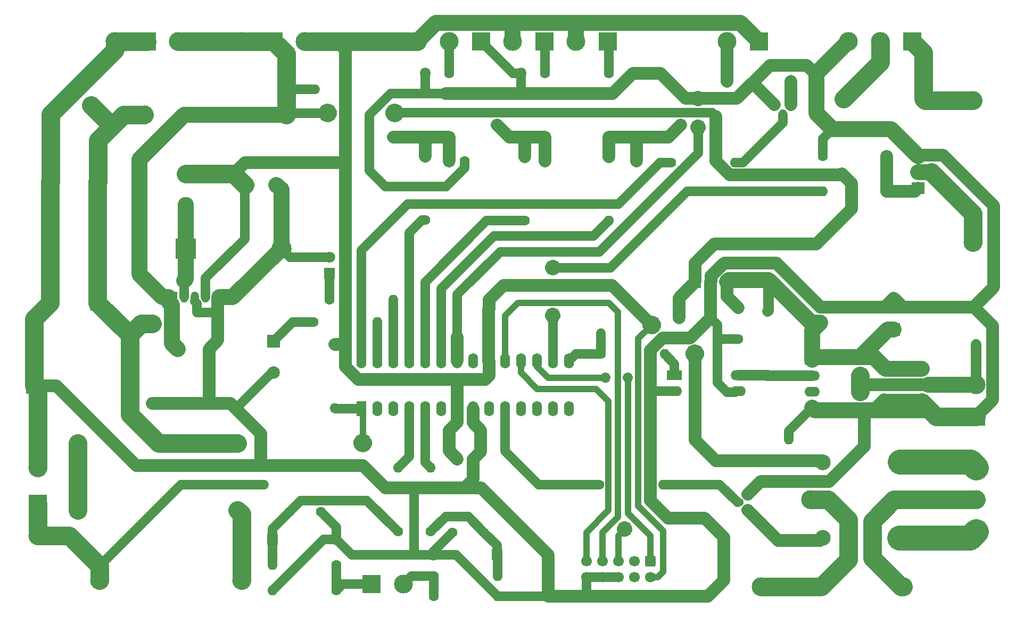
<source format=gbr>
%TF.GenerationSoftware,KiCad,Pcbnew,8.0.4*%
%TF.CreationDate,2024-08-07T08:51:47+02:00*%
%TF.ProjectId,V2_board-ecar,56325f62-6f61-4726-942d-656361722e6b,rev?*%
%TF.SameCoordinates,Original*%
%TF.FileFunction,Copper,L2,Bot*%
%TF.FilePolarity,Positive*%
%FSLAX46Y46*%
G04 Gerber Fmt 4.6, Leading zero omitted, Abs format (unit mm)*
G04 Created by KiCad (PCBNEW 8.0.4) date 2024-08-07 08:51:47*
%MOMM*%
%LPD*%
G01*
G04 APERTURE LIST*
G04 Aperture macros list*
%AMRoundRect*
0 Rectangle with rounded corners*
0 $1 Rounding radius*
0 $2 $3 $4 $5 $6 $7 $8 $9 X,Y pos of 4 corners*
0 Add a 4 corners polygon primitive as box body*
4,1,4,$2,$3,$4,$5,$6,$7,$8,$9,$2,$3,0*
0 Add four circle primitives for the rounded corners*
1,1,$1+$1,$2,$3*
1,1,$1+$1,$4,$5*
1,1,$1+$1,$6,$7*
1,1,$1+$1,$8,$9*
0 Add four rect primitives between the rounded corners*
20,1,$1+$1,$2,$3,$4,$5,0*
20,1,$1+$1,$4,$5,$6,$7,0*
20,1,$1+$1,$6,$7,$8,$9,0*
20,1,$1+$1,$8,$9,$2,$3,0*%
G04 Aperture macros list end*
%TA.AperFunction,Conductor*%
%ADD10C,2.000000*%
%TD*%
%TA.AperFunction,Conductor*%
%ADD11C,1.500000*%
%TD*%
%TA.AperFunction,Conductor*%
%ADD12C,0.700000*%
%TD*%
%TA.AperFunction,ComponentPad*%
%ADD13R,2.600000X2.600000*%
%TD*%
%TA.AperFunction,ComponentPad*%
%ADD14O,2.600000X2.600000*%
%TD*%
%TA.AperFunction,ComponentPad*%
%ADD15R,0.850000X0.850000*%
%TD*%
%TA.AperFunction,ComponentPad*%
%ADD16C,1.600000*%
%TD*%
%TA.AperFunction,ComponentPad*%
%ADD17R,2.000000X2.000000*%
%TD*%
%TA.AperFunction,ComponentPad*%
%ADD18C,2.000000*%
%TD*%
%TA.AperFunction,ComponentPad*%
%ADD19O,2.000000X2.000000*%
%TD*%
%TA.AperFunction,ComponentPad*%
%ADD20R,1.800000X1.800000*%
%TD*%
%TA.AperFunction,ComponentPad*%
%ADD21C,1.800000*%
%TD*%
%TA.AperFunction,ComponentPad*%
%ADD22R,3.000000X3.000000*%
%TD*%
%TA.AperFunction,ComponentPad*%
%ADD23C,3.000000*%
%TD*%
%TA.AperFunction,ComponentPad*%
%ADD24O,1.600000X1.600000*%
%TD*%
%TA.AperFunction,ComponentPad*%
%ADD25O,1.800000X1.800000*%
%TD*%
%TA.AperFunction,ComponentPad*%
%ADD26R,1.600000X1.600000*%
%TD*%
%TA.AperFunction,ComponentPad*%
%ADD27R,2.400000X1.600000*%
%TD*%
%TA.AperFunction,ComponentPad*%
%ADD28O,2.400000X1.600000*%
%TD*%
%TA.AperFunction,ComponentPad*%
%ADD29R,2.400000X2.400000*%
%TD*%
%TA.AperFunction,ComponentPad*%
%ADD30C,2.400000*%
%TD*%
%TA.AperFunction,ComponentPad*%
%ADD31C,2.600000*%
%TD*%
%TA.AperFunction,ComponentPad*%
%ADD32R,1.300000X1.300000*%
%TD*%
%TA.AperFunction,ComponentPad*%
%ADD33C,1.300000*%
%TD*%
%TA.AperFunction,ComponentPad*%
%ADD34R,1.905000X2.000000*%
%TD*%
%TA.AperFunction,ComponentPad*%
%ADD35O,1.905000X2.000000*%
%TD*%
%TA.AperFunction,ComponentPad*%
%ADD36R,2.000000X1.905000*%
%TD*%
%TA.AperFunction,ComponentPad*%
%ADD37O,2.000000X1.905000*%
%TD*%
%TA.AperFunction,ComponentPad*%
%ADD38R,1.275000X1.800000*%
%TD*%
%TA.AperFunction,ComponentPad*%
%ADD39O,1.275000X1.800000*%
%TD*%
%TA.AperFunction,ComponentPad*%
%ADD40C,2.500000*%
%TD*%
%TA.AperFunction,ComponentPad*%
%ADD41RoundRect,0.250000X-0.600000X0.600000X-0.600000X-0.600000X0.600000X-0.600000X0.600000X0.600000X0*%
%TD*%
%TA.AperFunction,ComponentPad*%
%ADD42C,1.700000*%
%TD*%
%TA.AperFunction,ComponentPad*%
%ADD43R,1.600000X2.400000*%
%TD*%
%TA.AperFunction,ComponentPad*%
%ADD44O,1.600000X2.400000*%
%TD*%
%TA.AperFunction,ComponentPad*%
%ADD45R,3.200000X3.200000*%
%TD*%
%TA.AperFunction,ComponentPad*%
%ADD46O,3.200000X3.200000*%
%TD*%
%TA.AperFunction,ComponentPad*%
%ADD47O,2.400000X2.400000*%
%TD*%
%TA.AperFunction,ViaPad*%
%ADD48C,0.600000*%
%TD*%
%TA.AperFunction,ViaPad*%
%ADD49C,0.300000*%
%TD*%
%TA.AperFunction,Conductor*%
%ADD50C,2.500000*%
%TD*%
%TA.AperFunction,Conductor*%
%ADD51C,3.000000*%
%TD*%
%TA.AperFunction,Conductor*%
%ADD52C,1.700000*%
%TD*%
%TA.AperFunction,Conductor*%
%ADD53C,1.000000*%
%TD*%
%TA.AperFunction,Conductor*%
%ADD54C,4.000000*%
%TD*%
G04 APERTURE END LIST*
D10*
%TO.N,+24V filtered*%
X62984000Y-17018000D02*
G75*
G02*
X61984000Y-17018000I-500000J0D01*
G01*
X61984000Y-17018000D02*
G75*
G02*
X62984000Y-17018000I500000J0D01*
G01*
%TO.N,+5V*%
X110736000Y-55372000D02*
G75*
G02*
X109736000Y-55372000I-500000J0D01*
G01*
X109736000Y-55372000D02*
G75*
G02*
X110736000Y-55372000I500000J0D01*
G01*
D11*
%TO.N,/Mosfet (fan)*%
X88138000Y-41656000D02*
G75*
G02*
X87138000Y-41656000I-500000J0D01*
G01*
X87138000Y-41656000D02*
G75*
G02*
X88138000Y-41656000I500000J0D01*
G01*
%TO.N,GND*%
X111244000Y-14732000D02*
G75*
G02*
X110244000Y-14732000I-500000J0D01*
G01*
X110244000Y-14732000D02*
G75*
G02*
X111244000Y-14732000I500000J0D01*
G01*
%TO.N,/RESET*%
X99560000Y-83312000D02*
G75*
G02*
X98560000Y-83312000I-500000J0D01*
G01*
X98560000Y-83312000D02*
G75*
G02*
X99560000Y-83312000I500000J0D01*
G01*
D10*
X57904000Y-69596000D02*
G75*
G02*
X56904000Y-69596000I-500000J0D01*
G01*
X56904000Y-69596000D02*
G75*
G02*
X57904000Y-69596000I500000J0D01*
G01*
D11*
%TO.N,/Mosfet (fan)*%
X88130000Y-49276000D02*
G75*
G02*
X87130000Y-49276000I-500000J0D01*
G01*
X87130000Y-49276000D02*
G75*
G02*
X88130000Y-49276000I500000J0D01*
G01*
D10*
%TO.N,+24V filtered*%
X52316000Y-17018000D02*
G75*
G02*
X51316000Y-17018000I-500000J0D01*
G01*
X51316000Y-17018000D02*
G75*
G02*
X52316000Y-17018000I500000J0D01*
G01*
D11*
%TO.N,GND*%
X111244000Y-19304000D02*
G75*
G02*
X110244000Y-19304000I-500000J0D01*
G01*
X110244000Y-19304000D02*
G75*
G02*
X111244000Y-19304000I500000J0D01*
G01*
D12*
%TO.N,/MOSI*%
X100068000Y-59190000D02*
G75*
G02*
X99068000Y-59190000I-500000J0D01*
G01*
X99068000Y-59190000D02*
G75*
G02*
X100068000Y-59190000I500000J0D01*
G01*
D10*
%TO.N,+5V*%
X103878000Y-50800000D02*
G75*
G02*
X102878000Y-50800000I-500000J0D01*
G01*
X102878000Y-50800000D02*
G75*
G02*
X103878000Y-50800000I500000J0D01*
G01*
D12*
%TO.N,/MOSI*%
X96512000Y-59190000D02*
G75*
G02*
X95512000Y-59190000I-500000J0D01*
G01*
X95512000Y-59190000D02*
G75*
G02*
X96512000Y-59190000I500000J0D01*
G01*
%TD*%
D13*
%TO.P,D3,1,A1*%
%TO.N,GND*%
X5080000Y-60452000D03*
D14*
%TO.P,D3,2,A2*%
%TO.N,Net-(D1-K)*%
X20320000Y-60452000D03*
%TD*%
D15*
%TO.P,J10,1,Pin_1*%
%TO.N,+24V filtered*%
X49784000Y-13208000D03*
%TD*%
D16*
%TO.P,C6,1*%
%TO.N,+5V*%
X77430000Y-52705000D03*
%TO.P,C6,2*%
%TO.N,GND*%
X72430000Y-52705000D03*
%TD*%
D15*
%TO.P,J12,1,Pin_1*%
%TO.N,+5V*%
X50292000Y-24892000D03*
%TD*%
D17*
%TO.P,BZ1,1,+*%
%TO.N,Net-(BZ1-+)*%
X43180000Y-53390800D03*
D18*
%TO.P,BZ1,2,-*%
%TO.N,GND*%
X43180000Y-58390800D03*
%TD*%
D17*
%TO.P,D11,1,K*%
%TO.N,+5V*%
X124714000Y-72413000D03*
D19*
%TO.P,D11,2,A*%
%TO.N,Net-(D11-A)*%
X124714000Y-85113000D03*
%TD*%
D17*
%TO.P,C5,1*%
%TO.N,+5V*%
X38608000Y-28448000D03*
D18*
%TO.P,C5,2*%
%TO.N,GND*%
X43608000Y-28448000D03*
%TD*%
D20*
%TO.P,D4,1,A*%
%TO.N,Net-(D4-A)*%
X52070000Y-42545000D03*
D21*
%TO.P,D4,2,K*%
%TO.N,GND*%
X52070000Y-40005000D03*
%TD*%
D22*
%TO.P,J24,1,Pin_1*%
%TO.N,Net-(D9-A)*%
X144780000Y-5588000D03*
D23*
%TO.P,J24,2,Pin_2*%
%TO.N,Net-(D9-K)*%
X139700000Y-5588000D03*
%TO.P,J24,3,Pin_3*%
%TO.N,GND*%
X134620000Y-5588000D03*
%TD*%
D16*
%TO.P,R20,1*%
%TO.N,Net-(D7-K)*%
X96520000Y-24003000D03*
D24*
%TO.P,R20,2*%
%TO.N,/analog2 (30V Batt)*%
X96520000Y-34163000D03*
%TD*%
D16*
%TO.P,R23,1*%
%TO.N,Net-(J17-Pin_2)*%
X68707000Y-93980000D03*
D24*
%TO.P,R23,2*%
%TO.N,GND*%
X78867000Y-93980000D03*
%TD*%
D16*
%TO.P,R24,1*%
%TO.N,Net-(J17-Pin_1)*%
X53213000Y-89027000D03*
D24*
%TO.P,R24,2*%
%TO.N,Net-(D12-K)*%
X43053000Y-89027000D03*
%TD*%
D16*
%TO.P,R19,1*%
%TO.N,GND*%
X130556000Y-23876000D03*
D24*
%TO.P,R19,2*%
%TO.N,Net-(Q2-G)*%
X140716000Y-23876000D03*
%TD*%
D16*
%TO.P,R14,1*%
%TO.N,Net-(J13-Pin_1)*%
X86360000Y-10668000D03*
D24*
%TO.P,R14,2*%
%TO.N,Net-(D6-K)*%
X86360000Y-20828000D03*
%TD*%
D20*
%TO.P,D5,1,K*%
%TO.N,Net-(D5-K)*%
X67310000Y-20828000D03*
D25*
%TO.P,D5,2,A*%
%TO.N,GND*%
X67310000Y-10668000D03*
%TD*%
D26*
%TO.P,C13,1*%
%TO.N,+18V*%
X130175000Y-50419000D03*
D16*
%TO.P,C13,2*%
%TO.N,GND*%
X130175000Y-47919000D03*
%TD*%
%TO.P,R11,1*%
%TO.N,/analog0 (gas)*%
X67310000Y-34036000D03*
D24*
%TO.P,R11,2*%
%TO.N,Net-(D5-K)*%
X67310000Y-23876000D03*
%TD*%
D16*
%TO.P,C12,1*%
%TO.N,+18V*%
X140335000Y-57661800D03*
%TO.P,C12,2*%
%TO.N,GND*%
X140335000Y-62661800D03*
%TD*%
%TO.P,R9,1*%
%TO.N,+18V*%
X121793000Y-48666400D03*
D24*
%TO.P,R9,2*%
%TO.N,Net-(U3-INPUT)*%
X121793000Y-58826400D03*
%TD*%
D20*
%TO.P,D6,1,K*%
%TO.N,Net-(D6-K)*%
X82550000Y-20828000D03*
D25*
%TO.P,D6,2,A*%
%TO.N,GND*%
X82550000Y-10668000D03*
%TD*%
D18*
%TO.P,C2,1*%
%TO.N,+24V filtered*%
X107699800Y-49657000D03*
%TO.P,C2,2*%
%TO.N,GND*%
X112699800Y-49657000D03*
%TD*%
D27*
%TO.P,OC1,1*%
%TO.N,Net-(OC1-Pad1)*%
X106989800Y-58821400D03*
D28*
%TO.P,OC1,2*%
%TO.N,GND*%
X106989800Y-61361400D03*
%TO.P,OC1,3*%
X117149800Y-61361400D03*
%TO.P,OC1,4*%
%TO.N,Net-(U3-INPUT)*%
X117149800Y-58821400D03*
%TD*%
D23*
%TO.P,F2,1*%
%TO.N,Net-(D1-K)*%
X22612000Y-17272000D03*
%TO.P,F2,2*%
%TO.N,+24V filtered*%
X45212000Y-17272000D03*
%TD*%
D15*
%TO.P,J20,1,Pin_1*%
%TO.N,Net-(D7-K)*%
X100965000Y-24638000D03*
%TD*%
D16*
%TO.P,C18,1*%
%TO.N,Net-(D13-K)*%
X76668000Y-83820000D03*
%TO.P,C18,2*%
%TO.N,GND*%
X71668000Y-83820000D03*
%TD*%
D29*
%TO.P,C9,1*%
%TO.N,Net-(D1-K)*%
X15161780Y-47244000D03*
D30*
%TO.P,C9,2*%
%TO.N,GND*%
X7661780Y-47244000D03*
%TD*%
D16*
%TO.P,R4,1*%
%TO.N,+5V*%
X52959000Y-53848000D03*
D24*
%TO.P,R4,2*%
%TO.N,/RESET*%
X52959000Y-64008000D03*
%TD*%
D31*
%TO.P,L1,1,1*%
%TO.N,Net-(D2-K)*%
X29210000Y-31710000D03*
%TO.P,L1,2,2*%
%TO.N,+5V*%
X29210000Y-26710000D03*
%TD*%
D22*
%TO.P,J18,1,Pin_1*%
%TO.N,Net-(J18-Pin_1)*%
X154940000Y-73556000D03*
D23*
%TO.P,J18,2,Pin_2*%
%TO.N,Net-(J18-Pin_2)*%
X154940000Y-78636000D03*
%TO.P,J18,3,Pin_3*%
%TO.N,Net-(J18-Pin_3)*%
X154940000Y-83716000D03*
%TD*%
D29*
%TO.P,C4,1*%
%TO.N,Net-(D1-K)*%
X15240000Y-27940000D03*
D30*
%TO.P,C4,2*%
%TO.N,GND*%
X7740000Y-27940000D03*
%TD*%
D16*
%TO.P,C17,1*%
%TO.N,Net-(D12-K)*%
X45760000Y-80518000D03*
%TO.P,C17,2*%
%TO.N,GND*%
X50760000Y-80518000D03*
%TD*%
%TO.P,R7,1*%
%TO.N,Net-(D4-A)*%
X52070000Y-46736000D03*
D24*
%TO.P,R7,2*%
%TO.N,/LED*%
X62230000Y-46736000D03*
%TD*%
D22*
%TO.P,J2,1,Pin_1*%
%TO.N,GND*%
X5715000Y-68453000D03*
D23*
%TO.P,J2,2,Pin_2*%
X5715000Y-73533000D03*
%TD*%
D16*
%TO.P,R18,1*%
%TO.N,Net-(Q2-G)*%
X140716000Y-29464000D03*
D24*
%TO.P,R18,2*%
%TO.N,/Mosfet (fan)*%
X130556000Y-29464000D03*
%TD*%
D32*
%TO.P,Q3,1,C*%
%TO.N,Net-(D11-A)*%
X118618000Y-80287000D03*
D33*
%TO.P,Q3,2,B*%
%TO.N,Net-(Q3-B)*%
X117348000Y-79007000D03*
%TO.P,Q3,3,E*%
%TO.N,GND*%
X118618000Y-77747000D03*
%TD*%
D17*
%TO.P,C19,1*%
%TO.N,+18V*%
X141859000Y-51516677D03*
D18*
%TO.P,C19,2*%
%TO.N,GND*%
X141859000Y-46516677D03*
%TD*%
D16*
%TO.P,C15,1*%
%TO.N,Net-(D6-K)*%
X78740000Y-18883000D03*
%TO.P,C15,2*%
%TO.N,GND*%
X78740000Y-13883000D03*
%TD*%
D23*
%TO.P,F4,1*%
%TO.N,Net-(Q2-D)*%
X154432000Y-37592000D03*
%TO.P,F4,2*%
%TO.N,Net-(D9-A)*%
X154432000Y-14992000D03*
%TD*%
D34*
%TO.P,U1,1,IN*%
%TO.N,+24V filtered*%
X110261400Y-43916600D03*
D35*
%TO.P,U1,2,GND*%
%TO.N,GND*%
X112801400Y-43916600D03*
%TO.P,U1,3,OUT*%
%TO.N,+18V*%
X115341400Y-43916600D03*
%TD*%
D16*
%TO.P,C16,1*%
%TO.N,Net-(D7-K)*%
X107950000Y-18883000D03*
%TO.P,C16,2*%
%TO.N,GND*%
X107950000Y-13883000D03*
%TD*%
D22*
%TO.P,J6,1,Pin_1*%
%TO.N,+5V*%
X120396000Y-5588000D03*
D23*
%TO.P,J6,2,Pin_2*%
%TO.N,Net-(J6-Pin_2)*%
X115316000Y-5588000D03*
%TD*%
D36*
%TO.P,Q2,1,G*%
%TO.N,Net-(Q2-G)*%
X145725000Y-28956000D03*
D37*
%TO.P,Q2,2,D*%
%TO.N,Net-(Q2-D)*%
X145725000Y-26416000D03*
%TO.P,Q2,3,S*%
%TO.N,GND*%
X145725000Y-23876000D03*
%TD*%
D17*
%TO.P,D1,1,K*%
%TO.N,Net-(D1-K)*%
X23876000Y-50546000D03*
D19*
%TO.P,D1,2,A*%
%TO.N,GND*%
X23876000Y-63246000D03*
%TD*%
D23*
%TO.P,F1,1*%
%TO.N,+BATT*%
X15500000Y-91440000D03*
%TO.P,F1,2*%
%TO.N,Net-(F1-Pad2)*%
X38100000Y-91440000D03*
%TD*%
D22*
%TO.P,J14,1,Pin_1*%
%TO.N,GND*%
X154940000Y-65405000D03*
D23*
%TO.P,J14,2,Pin_2*%
%TO.N,Net-(J14-Pin_2)*%
X154940000Y-60325000D03*
%TD*%
D16*
%TO.P,R10,1*%
%TO.N,Net-(U3-INPUT)*%
X125196600Y-58851800D03*
D24*
%TO.P,R10,2*%
%TO.N,GND*%
X125196600Y-69011800D03*
%TD*%
D16*
%TO.P,C10,1*%
%TO.N,Net-(D1-K)*%
X14184000Y-15748000D03*
%TO.P,C10,2*%
%TO.N,GND*%
X9184000Y-15748000D03*
%TD*%
D38*
%TO.P,U2,1,VIN*%
%TO.N,+24V filtered*%
X27285000Y-46355000D03*
D39*
%TO.P,U2,2,OUT*%
%TO.N,Net-(D2-K)*%
X28985000Y-46355000D03*
%TO.P,U2,3,GND*%
%TO.N,GND*%
X30685000Y-46355000D03*
%TO.P,U2,4,FB*%
%TO.N,+5V*%
X32385000Y-46355000D03*
%TO.P,U2,5,~{ON}/OFF*%
%TO.N,GND*%
X34085000Y-46355000D03*
%TD*%
D16*
%TO.P,R5,1*%
%TO.N,/LED-ext*%
X106426000Y-24892000D03*
D24*
%TO.P,R5,2*%
%TO.N,Net-(Q1-B)*%
X116586000Y-24892000D03*
%TD*%
D16*
%TO.P,R8,1*%
%TO.N,Net-(J6-Pin_2)*%
X115316000Y-11938000D03*
D24*
%TO.P,R8,2*%
%TO.N,Net-(Q1-C)*%
X125476000Y-11938000D03*
%TD*%
D20*
%TO.P,D13,1,K*%
%TO.N,Net-(D13-K)*%
X78740000Y-87376000D03*
D25*
%TO.P,D13,2,A*%
%TO.N,GND*%
X68580000Y-87376000D03*
%TD*%
D17*
%TO.P,D9,1,K*%
%TO.N,Net-(D9-K)*%
X133858000Y-14732000D03*
D19*
%TO.P,D9,2,A*%
%TO.N,Net-(D9-A)*%
X146558000Y-14732000D03*
%TD*%
D20*
%TO.P,D7,1,K*%
%TO.N,Net-(D7-K)*%
X104140000Y-20828000D03*
D25*
%TO.P,D7,2,A*%
%TO.N,GND*%
X104140000Y-10668000D03*
%TD*%
D22*
%TO.P,J1,1,Pin_1*%
%TO.N,+BATT*%
X5715000Y-79248000D03*
D23*
%TO.P,J1,2,Pin_2*%
X5715000Y-84328000D03*
%TD*%
D16*
%TO.P,R16,1*%
%TO.N,Net-(J15-Pin_1)*%
X96520000Y-10668000D03*
D24*
%TO.P,R16,2*%
%TO.N,Net-(D7-K)*%
X96520000Y-20828000D03*
%TD*%
D23*
%TO.P,K1,1*%
%TO.N,Net-(F3-Pad1)*%
X128660000Y-78636000D03*
D40*
%TO.P,K1,2*%
%TO.N,Net-(D11-A)*%
X130610000Y-84686000D03*
D23*
%TO.P,K1,3*%
%TO.N,Net-(J18-Pin_3)*%
X142810000Y-84686000D03*
%TO.P,K1,4*%
%TO.N,Net-(J18-Pin_1)*%
X142860000Y-72636000D03*
D40*
%TO.P,K1,5*%
%TO.N,+5V*%
X130610000Y-72686000D03*
%TD*%
D26*
%TO.P,C14,1*%
%TO.N,+18V*%
X146329400Y-57769949D03*
D16*
%TO.P,C14,2*%
%TO.N,GND*%
X146329400Y-62769949D03*
%TD*%
D15*
%TO.P,J11,1,Pin_1*%
%TO.N,+18V*%
X121920000Y-43611800D03*
%TD*%
D22*
%TO.P,J13,1,Pin_1*%
%TO.N,Net-(J13-Pin_1)*%
X86309200Y-5588000D03*
D23*
%TO.P,J13,2,Pin_2*%
%TO.N,+5V*%
X81229200Y-5588000D03*
%TD*%
D16*
%TO.P,R6,1*%
%TO.N,/PWM_0*%
X95250000Y-55397400D03*
D24*
%TO.P,R6,2*%
%TO.N,Net-(OC1-Pad1)*%
X105410000Y-55397400D03*
%TD*%
D41*
%TO.P,P1,1*%
%TO.N,/MOSI*%
X103124000Y-88392000D03*
D42*
%TO.P,P1,2*%
%TO.N,+5V*%
X103124000Y-90932000D03*
%TO.P,P1,3*%
%TO.N,unconnected-(P1-Pad3)*%
X100584000Y-88392000D03*
%TO.P,P1,4*%
%TO.N,unconnected-(P1-Pad4)*%
X100584000Y-90932000D03*
%TO.P,P1,5*%
%TO.N,/RESET*%
X98044000Y-88392000D03*
%TO.P,P1,6*%
%TO.N,GND*%
X98044000Y-90932000D03*
%TO.P,P1,7*%
%TO.N,/SCK*%
X95504000Y-88392000D03*
%TO.P,P1,8*%
%TO.N,GND*%
X95504000Y-90932000D03*
%TO.P,P1,9*%
%TO.N,/MISO*%
X92964000Y-88392000D03*
%TO.P,P1,10*%
%TO.N,GND*%
X92964000Y-90932000D03*
%TD*%
D16*
%TO.P,C3,1*%
%TO.N,+18V*%
X117119400Y-48035200D03*
%TO.P,C3,2*%
%TO.N,GND*%
X117119400Y-53035200D03*
%TD*%
%TO.P,R27,1*%
%TO.N,Net-(D13-K)*%
X68199000Y-83693000D03*
D24*
%TO.P,R27,2*%
%TO.N,/Switch2*%
X68199000Y-73533000D03*
%TD*%
D43*
%TO.P,IC1,1,PC6(~{RESET})*%
%TO.N,/RESET*%
X57150000Y-64135000D03*
D44*
%TO.P,IC1,2,(RXD)PD0*%
%TO.N,unconnected-(IC1-(RXD)PD0-Pad2)*%
X59690000Y-64135000D03*
%TO.P,IC1,3,(TXD)PD1*%
%TO.N,unconnected-(IC1-(TXD)PD1-Pad3)*%
X62230000Y-64135000D03*
%TO.P,IC1,4,(INT0)PD2*%
%TO.N,/Switch1*%
X64770000Y-64135000D03*
%TO.P,IC1,5,(INT1)PD3*%
%TO.N,/Switch2*%
X67310000Y-64135000D03*
%TO.P,IC1,6,(XCK/T0)PD4*%
%TO.N,unconnected-(IC1-(XCK{slash}T0)PD4-Pad6)*%
X69850000Y-64135000D03*
%TO.P,IC1,7,VCC*%
%TO.N,+5V*%
X72390000Y-64135000D03*
%TO.P,IC1,8,GND*%
%TO.N,GND*%
X74930000Y-64135000D03*
%TO.P,IC1,9,PB6(XTAL1/TOSC1)*%
%TO.N,unconnected-(IC1-PB6(XTAL1{slash}TOSC1)-Pad9)*%
X77470000Y-64135000D03*
%TO.P,IC1,10,PB7(XTAL2/TOSC2)*%
%TO.N,/Relay (light)*%
X80010000Y-64135000D03*
%TO.P,IC1,11,(T1)PD5*%
%TO.N,unconnected-(IC1-(T1)PD5-Pad11)*%
X82550000Y-64135000D03*
%TO.P,IC1,12,(AIN0)PD6*%
%TO.N,unconnected-(IC1-(AIN0)PD6-Pad12)*%
X85090000Y-64135000D03*
%TO.P,IC1,13,(AIN1)PD7*%
%TO.N,unconnected-(IC1-(AIN1)PD7-Pad13)*%
X87630000Y-64135000D03*
%TO.P,IC1,14,(ICP)PB0*%
%TO.N,unconnected-(IC1-(ICP)PB0-Pad14)*%
X90170000Y-64135000D03*
%TO.P,IC1,15,(OC1A)PB1*%
%TO.N,/PWM_0*%
X90170000Y-56515000D03*
%TO.P,IC1,16,(~{SS}/OC1B)PB2*%
%TO.N,/Mosfet (fan)*%
X87630000Y-56515000D03*
%TO.P,IC1,17,(MOSI/OC2)PB3*%
%TO.N,/MOSI*%
X85090000Y-56515000D03*
%TO.P,IC1,18,(MISO)PB4*%
%TO.N,/MISO*%
X82550000Y-56515000D03*
%TO.P,IC1,19,(SCK)PB5*%
%TO.N,/SCK*%
X80010000Y-56515000D03*
%TO.P,IC1,20,AVCC*%
%TO.N,+5V*%
X77470000Y-56515000D03*
%TO.P,IC1,21,AREF*%
%TO.N,unconnected-(IC1-AREF-Pad21)*%
X74930000Y-56515000D03*
%TO.P,IC1,22,AGND*%
%TO.N,GND*%
X72390000Y-56515000D03*
%TO.P,IC1,23,(ADC0)PC0*%
%TO.N,/analog2 (30V Batt)*%
X69850000Y-56515000D03*
%TO.P,IC1,24,(ADC1)PC1*%
%TO.N,/analog1*%
X67310000Y-56515000D03*
%TO.P,IC1,25,(ADC2)PC2*%
%TO.N,/analog0 (gas)*%
X64770000Y-56515000D03*
%TO.P,IC1,26,(ADC3)PC3*%
%TO.N,/LED*%
X62230000Y-56515000D03*
%TO.P,IC1,27,(ADC4/SDA)PC4*%
%TO.N,/BUZZER*%
X59690000Y-56515000D03*
%TO.P,IC1,28,(ADC5/SCL)PC5*%
%TO.N,/LED-ext*%
X57150000Y-56515000D03*
%TD*%
D26*
%TO.P,C8,1*%
%TO.N,+5V*%
X72454888Y-72136000D03*
D16*
%TO.P,C8,2*%
%TO.N,GND*%
X74954888Y-72136000D03*
%TD*%
D26*
%TO.P,C11,1*%
%TO.N,Net-(D5-K)*%
X71120000Y-24638000D03*
D16*
%TO.P,C11,2*%
%TO.N,GND*%
X73620000Y-24638000D03*
%TD*%
D15*
%TO.P,J9,1,Pin_1*%
%TO.N,+BATT*%
X41656000Y-76200000D03*
%TD*%
D16*
%TO.P,R17,1*%
%TO.N,Net-(D7-K)*%
X100330000Y-20828000D03*
D24*
%TO.P,R17,2*%
%TO.N,GND*%
X100330000Y-10668000D03*
%TD*%
D27*
%TO.P,U3,1,Vdd*%
%TO.N,+18V*%
X128915000Y-56321800D03*
D28*
%TO.P,U3,2,INPUT*%
%TO.N,Net-(U3-INPUT)*%
X128915000Y-58861800D03*
%TO.P,U3,3,NC*%
%TO.N,unconnected-(U3-NC-Pad3)*%
X128915000Y-61401800D03*
%TO.P,U3,4,GND*%
%TO.N,GND*%
X128915000Y-63941800D03*
%TO.P,U3,5,GND*%
X136535000Y-63941800D03*
%TO.P,U3,6,OUT*%
%TO.N,Net-(J14-Pin_2)*%
X136535000Y-61401800D03*
%TO.P,U3,7,OUT*%
X136535000Y-58861800D03*
%TO.P,U3,8,Vdd*%
%TO.N,+18V*%
X136535000Y-56321800D03*
%TD*%
D16*
%TO.P,R26,1*%
%TO.N,Net-(D12-K)*%
X62992000Y-83693000D03*
D24*
%TO.P,R26,2*%
%TO.N,/Switch1*%
X62992000Y-73533000D03*
%TD*%
D45*
%TO.P,D2,1,K*%
%TO.N,Net-(D2-K)*%
X29210000Y-38608000D03*
D46*
%TO.P,D2,2,A*%
%TO.N,GND*%
X44450000Y-38608000D03*
%TD*%
D22*
%TO.P,J15,1,Pin_1*%
%TO.N,Net-(J15-Pin_1)*%
X96367600Y-5588000D03*
D23*
%TO.P,J15,2,Pin_2*%
%TO.N,+5V*%
X91287600Y-5588000D03*
%TD*%
D22*
%TO.P,J7,1,Pin_1*%
%TO.N,GND*%
X76250800Y-5588000D03*
D23*
%TO.P,J7,2,Pin_2*%
%TO.N,Net-(J7-Pin_2)*%
X71170800Y-5588000D03*
%TO.P,J7,3,Pin_3*%
%TO.N,+5V*%
X66090800Y-5588000D03*
%TD*%
D26*
%TO.P,C1,1*%
%TO.N,+24V filtered*%
X27940000Y-54610000D03*
D16*
%TO.P,C1,2*%
%TO.N,GND*%
X32940000Y-54610000D03*
%TD*%
D15*
%TO.P,J22,1,Pin_1*%
%TO.N,Net-(D5-K)*%
X62230000Y-20828000D03*
%TD*%
D16*
%TO.P,R12,1*%
%TO.N,/analog1*%
X83185000Y-34163000D03*
D24*
%TO.P,R12,2*%
%TO.N,Net-(D6-K)*%
X83185000Y-24003000D03*
%TD*%
D22*
%TO.P,J23,1,Pin_1*%
%TO.N,+24V filtered*%
X43230800Y-5588000D03*
D23*
%TO.P,J23,2,Pin_2*%
X38150800Y-5588000D03*
%TD*%
D15*
%TO.P,J8,1,Pin_1*%
%TO.N,Net-(J14-Pin_2)*%
X154940000Y-53848000D03*
%TD*%
D22*
%TO.P,J4,1,Pin_1*%
%TO.N,GND*%
X23063200Y-5588000D03*
D23*
%TO.P,J4,2,Pin_2*%
X17983200Y-5588000D03*
%TD*%
D22*
%TO.P,J3,1,Pin_1*%
%TO.N,+24V filtered*%
X33147000Y-5588000D03*
D23*
%TO.P,J3,2,Pin_2*%
X28067000Y-5588000D03*
%TD*%
D16*
%TO.P,R22,1*%
%TO.N,Net-(J17-Pin_1)*%
X53213000Y-93091000D03*
D24*
%TO.P,R22,2*%
%TO.N,GND*%
X43053000Y-93091000D03*
%TD*%
D15*
%TO.P,J5,1,Pin_1*%
%TO.N,/PWM_0*%
X95250000Y-52070000D03*
%TD*%
D16*
%TO.P,C7,1*%
%TO.N,+5V*%
X71120000Y-67564000D03*
%TO.P,C7,2*%
%TO.N,GND*%
X76120000Y-67564000D03*
%TD*%
D20*
%TO.P,D12,1,K*%
%TO.N,Net-(D12-K)*%
X43053000Y-84963000D03*
D25*
%TO.P,D12,2,A*%
%TO.N,GND*%
X53213000Y-84963000D03*
%TD*%
D15*
%TO.P,J21,1,Pin_1*%
%TO.N,Net-(D6-K)*%
X86360000Y-24638000D03*
%TD*%
D16*
%TO.P,R13,1*%
%TO.N,Net-(J7-Pin_2)*%
X71120000Y-10668000D03*
D24*
%TO.P,R13,2*%
%TO.N,Net-(D5-K)*%
X71120000Y-20828000D03*
%TD*%
D32*
%TO.P,Q1,1,C*%
%TO.N,Net-(Q1-C)*%
X125486000Y-15748000D03*
D33*
%TO.P,Q1,2,B*%
%TO.N,Net-(Q1-B)*%
X124206000Y-17018000D03*
%TO.P,Q1,3,E*%
%TO.N,GND*%
X122946000Y-15748000D03*
%TD*%
D30*
%TO.P,R1,1*%
%TO.N,Net-(F1-Pad2)*%
X37465000Y-80264000D03*
D47*
%TO.P,R1,2*%
%TO.N,Net-(R1-Pad2)*%
X12065000Y-80264000D03*
%TD*%
D30*
%TO.P,R3,1*%
%TO.N,Net-(R1-Pad2)*%
X12065000Y-69596000D03*
D47*
%TO.P,R3,2*%
%TO.N,Net-(D1-K)*%
X37465000Y-69596000D03*
%TD*%
D23*
%TO.P,F3,1*%
%TO.N,Net-(F3-Pad1)*%
X120780000Y-92456000D03*
%TO.P,F3,2*%
%TO.N,Net-(J18-Pin_2)*%
X143380000Y-92456000D03*
%TD*%
D22*
%TO.P,J17,1,Pin_1*%
%TO.N,Net-(J17-Pin_1)*%
X58801000Y-92075000D03*
D23*
%TO.P,J17,2,Pin_2*%
%TO.N,Net-(J17-Pin_2)*%
X63881000Y-92075000D03*
%TD*%
D16*
%TO.P,R25,1*%
%TO.N,Net-(J17-Pin_2)*%
X68707000Y-90805000D03*
D24*
%TO.P,R25,2*%
%TO.N,Net-(D13-K)*%
X78867000Y-90805000D03*
%TD*%
D16*
%TO.P,R21,1*%
%TO.N,/Relay (light)*%
X94996000Y-76200000D03*
D24*
%TO.P,R21,2*%
%TO.N,Net-(Q3-B)*%
X105156000Y-76200000D03*
%TD*%
D16*
%TO.P,R2,1*%
%TO.N,Net-(BZ1-+)*%
X49530000Y-50292000D03*
D24*
%TO.P,R2,2*%
%TO.N,/BUZZER*%
X59690000Y-50292000D03*
%TD*%
D22*
%TO.P,J19,1,Pin_1*%
%TO.N,+5V*%
X53289200Y-5588000D03*
D23*
%TO.P,J19,2,Pin_2*%
X48209200Y-5588000D03*
%TD*%
D48*
%TO.N,GND*%
X110744000Y-14682999D03*
X110744000Y-19304000D03*
%TO.N,+24V filtered*%
X51816000Y-17018000D03*
X62484000Y-17018000D03*
%TO.N,+5V*%
X110236000Y-55372000D03*
X103378000Y-50800000D03*
%TO.N,/Mosfet (fan)*%
X87630000Y-49276000D03*
X87630000Y-41656000D03*
D49*
%TO.N,/RESET*%
X57404000Y-69596000D03*
D48*
X99060000Y-83312000D03*
%TO.N,/MOSI*%
X99568000Y-59182000D03*
X96012000Y-59182000D03*
%TD*%
D11*
%TO.N,Net-(J7-Pin_2)*%
X71120000Y-10668000D02*
X71120000Y-5638800D01*
X71120000Y-5638800D02*
X71170800Y-5588000D01*
%TO.N,GND*%
X82550000Y-10668000D02*
X81330800Y-10668000D01*
X81330800Y-10668000D02*
X76250800Y-5588000D01*
%TO.N,/BUZZER*%
X59690000Y-50292000D02*
X59690000Y-56515000D01*
D10*
%TO.N,GND*%
X128016000Y-9398000D02*
X122174000Y-9398000D01*
D11*
X82550000Y-13629000D02*
X82804000Y-13883000D01*
D10*
X76200000Y-76708000D02*
X86868000Y-87376000D01*
X32940000Y-54610000D02*
X34322500Y-53227500D01*
D11*
X72263000Y-87376000D02*
X78867000Y-93980000D01*
D10*
X100330000Y-10668000D02*
X97115000Y-13883000D01*
D11*
X60960000Y-28702000D02*
X58420000Y-26162000D01*
D10*
X73660000Y-13883000D02*
X70525000Y-13883000D01*
D11*
X65532000Y-87376000D02*
X55626000Y-87376000D01*
X79248000Y-39116000D02*
X94996000Y-39116000D01*
X115316000Y-61468000D02*
X113792000Y-59944000D01*
D10*
X76200000Y-13883000D02*
X73660000Y-13883000D01*
X36322000Y-63246000D02*
X33020000Y-63246000D01*
X122897852Y-15709852D02*
X122902852Y-15704852D01*
X138895000Y-64101800D02*
X136535000Y-64101800D01*
X104140000Y-10668000D02*
X100330000Y-10668000D01*
X140443149Y-62769949D02*
X140335000Y-62661800D01*
X5080000Y-60452000D02*
X8636000Y-60452000D01*
D11*
X78867000Y-93980000D02*
X86868000Y-93980000D01*
X110744000Y-23368000D02*
X110744000Y-19304000D01*
D10*
X32940000Y-63166000D02*
X33020000Y-63246000D01*
X112699800Y-49657000D02*
X109524800Y-52832000D01*
X60960000Y-76708000D02*
X65532000Y-76708000D01*
D50*
X129540000Y-10668000D02*
X129540000Y-10922000D01*
D11*
X67310000Y-10668000D02*
X67310000Y-13883000D01*
D10*
X108749999Y-14682999D02*
X107950000Y-13883000D01*
D11*
X70687370Y-28702000D02*
X60960000Y-28702000D01*
D10*
X86868000Y-93980000D02*
X92964000Y-93980000D01*
D11*
X125196600Y-67660200D02*
X125196600Y-69011800D01*
D10*
X138935000Y-64061800D02*
X147266200Y-64061800D01*
D11*
X116749800Y-61361400D02*
X116643200Y-61468000D01*
D50*
X44450000Y-29290000D02*
X43608000Y-28448000D01*
D10*
X41148000Y-73152000D02*
X41148000Y-68072000D01*
X21336000Y-73152000D02*
X41148000Y-73152000D01*
D11*
X65532000Y-76708000D02*
X65532000Y-87376000D01*
D51*
X154940000Y-65405000D02*
X148609400Y-65405000D01*
D10*
X57404000Y-73152000D02*
X60960000Y-76708000D01*
X34322500Y-48768000D02*
X34322500Y-46355000D01*
X149700000Y-23716000D02*
X157734000Y-31750000D01*
X137160000Y-70104000D02*
X137160000Y-64351800D01*
X120673000Y-75692000D02*
X131572000Y-75692000D01*
D11*
X68580000Y-86908000D02*
X71668000Y-83820000D01*
X82550000Y-10668000D02*
X82550000Y-13629000D01*
X53213000Y-84963000D02*
X53213000Y-82971000D01*
D51*
X147266200Y-64061800D02*
X146329400Y-63125000D01*
D10*
X111760000Y-81534000D02*
X114808000Y-84582000D01*
X112699800Y-44018200D02*
X112801400Y-43916600D01*
D50*
X137160000Y-64351800D02*
X129325000Y-64351800D01*
D10*
X72430000Y-52705000D02*
X72430000Y-56475000D01*
D50*
X44450000Y-38608000D02*
X36703000Y-46355000D01*
D11*
X58420000Y-17272000D02*
X61809000Y-13883000D01*
D10*
X145885000Y-23716000D02*
X149700000Y-23716000D01*
D50*
X147266200Y-64061800D02*
X146976200Y-64351800D01*
D10*
X74954888Y-75413112D02*
X74954888Y-72136000D01*
D50*
X134620000Y-5588000D02*
X129540000Y-10668000D01*
D10*
X141986000Y-47919000D02*
X143256000Y-47919000D01*
D11*
X58420000Y-26162000D02*
X58420000Y-17272000D01*
X103230600Y-61361400D02*
X103124000Y-61468000D01*
D10*
X140716000Y-47919000D02*
X141986000Y-47919000D01*
D50*
X129540000Y-17018000D02*
X129540000Y-10922000D01*
D10*
X72430000Y-56475000D02*
X72390000Y-56515000D01*
D51*
X5715000Y-61087000D02*
X5080000Y-60452000D01*
D11*
X42955200Y-58390800D02*
X37211000Y-64135000D01*
D51*
X7740000Y-27940000D02*
X7740000Y-17192000D01*
D11*
X117119400Y-53035200D02*
X114096800Y-53035200D01*
D10*
X114808000Y-84582000D02*
X114808000Y-91440000D01*
X103124000Y-61468000D02*
X103124000Y-78740000D01*
X32940000Y-54610000D02*
X32940000Y-63166000D01*
D11*
X53213000Y-84963000D02*
X51181000Y-84963000D01*
X92964000Y-90932000D02*
X92964000Y-93980000D01*
D10*
X119380000Y-12192000D02*
X122897852Y-15709852D01*
X154599000Y-47919000D02*
X157640000Y-50960000D01*
D11*
X53213000Y-82971000D02*
X50760000Y-80518000D01*
D10*
X76120000Y-67564000D02*
X74930000Y-66374000D01*
D11*
X30988000Y-48768000D02*
X30988000Y-47374663D01*
X67310000Y-13883000D02*
X70525000Y-13883000D01*
X73620000Y-25769370D02*
X70687370Y-28702000D01*
D10*
X104140000Y-10668000D02*
X104735000Y-10668000D01*
D11*
X128915000Y-63941800D02*
X125196600Y-67660200D01*
D10*
X41148000Y-68072000D02*
X37211000Y-64135000D01*
X73660000Y-76708000D02*
X74954888Y-75413112D01*
X103124000Y-61468000D02*
X103124000Y-54854972D01*
D11*
X116643200Y-61468000D02*
X115316000Y-61468000D01*
X98044000Y-36068000D02*
X104140000Y-29972000D01*
D10*
X73660000Y-76708000D02*
X76200000Y-76708000D01*
X123444000Y-41188000D02*
X130175000Y-47919000D01*
X82804000Y-13883000D02*
X78740000Y-13883000D01*
D11*
X95504000Y-90932000D02*
X98044000Y-90932000D01*
D10*
X145725000Y-23876000D02*
X145885000Y-23716000D01*
X140716000Y-47659677D02*
X140716000Y-47919000D01*
X104735000Y-10668000D02*
X107950000Y-13883000D01*
X140335000Y-62661800D02*
X138895000Y-64101800D01*
D11*
X68580000Y-87376000D02*
X68580000Y-86908000D01*
D10*
X110744000Y-14682999D02*
X108749999Y-14682999D01*
D11*
X92964000Y-90932000D02*
X95504000Y-90932000D01*
D50*
X132080000Y-19558000D02*
X129540000Y-17018000D01*
D10*
X131572000Y-75692000D02*
X137160000Y-70104000D01*
D51*
X148609400Y-65405000D02*
X147266200Y-64061800D01*
X5080000Y-49825780D02*
X7661780Y-47244000D01*
D10*
X141859000Y-47792000D02*
X141986000Y-47919000D01*
D50*
X129325000Y-64351800D02*
X128915000Y-63941800D01*
D51*
X7661780Y-47244000D02*
X7661780Y-28018220D01*
D10*
X76120000Y-70970888D02*
X74954888Y-72136000D01*
D11*
X68580000Y-87376000D02*
X72263000Y-87376000D01*
X72430000Y-45934000D02*
X79248000Y-39116000D01*
D10*
X76120000Y-67564000D02*
X76120000Y-70970888D01*
D11*
X104140000Y-29972000D02*
X110744000Y-23368000D01*
D10*
X74930000Y-66374000D02*
X74930000Y-64135000D01*
X123444000Y-41148000D02*
X123444000Y-41188000D01*
X112801400Y-42991776D02*
X114899176Y-40894000D01*
D11*
X68580000Y-87376000D02*
X65532000Y-87376000D01*
D10*
X130175000Y-47919000D02*
X139192000Y-47919000D01*
D11*
X113792000Y-59944000D02*
X113792000Y-53340000D01*
X113792000Y-50749200D02*
X112699800Y-49657000D01*
D10*
X139192000Y-47919000D02*
X140716000Y-47919000D01*
D11*
X45847000Y-40005000D02*
X44450000Y-38608000D01*
D10*
X122174000Y-9398000D02*
X119380000Y-12192000D01*
D51*
X7661780Y-28018220D02*
X7740000Y-27940000D01*
D11*
X106989800Y-61361400D02*
X103230600Y-61361400D01*
D10*
X157640000Y-62705000D02*
X154940000Y-65405000D01*
D50*
X36703000Y-46355000D02*
X34572500Y-46355000D01*
D10*
X105146972Y-52832000D02*
X109524800Y-52832000D01*
X138895000Y-64101800D02*
X138935000Y-64061800D01*
X141859000Y-46516677D02*
X141859000Y-47792000D01*
X78740000Y-13883000D02*
X76200000Y-13883000D01*
X141859000Y-46516677D02*
X143256000Y-47913677D01*
D11*
X52070000Y-40005000D02*
X45847000Y-40005000D01*
D10*
X103124000Y-78740000D02*
X105918000Y-81534000D01*
X118618000Y-77747000D02*
X120673000Y-75692000D01*
X146329400Y-62769949D02*
X140443149Y-62769949D01*
X114808000Y-91440000D02*
X112268000Y-93980000D01*
D51*
X5715000Y-68453000D02*
X5715000Y-61087000D01*
D10*
X143256000Y-47919000D02*
X154599000Y-47919000D01*
X112268000Y-93980000D02*
X92964000Y-93980000D01*
X103124000Y-54854972D02*
X105146972Y-52832000D01*
X143256000Y-47913677D02*
X143256000Y-47919000D01*
D51*
X23063200Y-5588000D02*
X17983200Y-5588000D01*
D10*
X119380000Y-12192000D02*
X116889001Y-14682999D01*
D11*
X51181000Y-84963000D02*
X43053000Y-93091000D01*
X94996000Y-39116000D02*
X98044000Y-36068000D01*
D10*
X157734000Y-44784000D02*
X154599000Y-47919000D01*
D11*
X30988000Y-47374663D02*
X30672500Y-47059163D01*
X61809000Y-13883000D02*
X67310000Y-13883000D01*
D10*
X157640000Y-50960000D02*
X157640000Y-62705000D01*
X86868000Y-87376000D02*
X86868000Y-93980000D01*
D51*
X5080000Y-60452000D02*
X5080000Y-49825780D01*
D10*
X97115000Y-13883000D02*
X82804000Y-13883000D01*
X33020000Y-63246000D02*
X23876000Y-63246000D01*
D11*
X55626000Y-87376000D02*
X53213000Y-84963000D01*
D51*
X5715000Y-68453000D02*
X5715000Y-73533000D01*
D10*
X34322500Y-53227500D02*
X34322500Y-48768000D01*
X141859000Y-46516677D02*
X140716000Y-47659677D01*
D11*
X43180000Y-58390800D02*
X42955200Y-58390800D01*
D10*
X41148000Y-73152000D02*
X57404000Y-73152000D01*
D50*
X44450000Y-38608000D02*
X44450000Y-29290000D01*
D11*
X114096800Y-53035200D02*
X113792000Y-53340000D01*
D10*
X65532000Y-76708000D02*
X73660000Y-76708000D01*
X129540000Y-10922000D02*
X128016000Y-9398000D01*
D50*
X145725000Y-23876000D02*
X141407000Y-19558000D01*
D10*
X157734000Y-31750000D02*
X157734000Y-44784000D01*
D11*
X34322500Y-48768000D02*
X30988000Y-48768000D01*
D50*
X146976200Y-64351800D02*
X137160000Y-64351800D01*
D11*
X73620000Y-24638000D02*
X73620000Y-25769370D01*
D51*
X9184000Y-15748000D02*
X17983200Y-6948800D01*
D10*
X112801400Y-43916600D02*
X112801400Y-42991776D01*
D11*
X113792000Y-53340000D02*
X113792000Y-50749200D01*
D10*
X112699800Y-49657000D02*
X112699800Y-44018200D01*
X123190000Y-40894000D02*
X123444000Y-41148000D01*
D51*
X7740000Y-17192000D02*
X9184000Y-15748000D01*
D50*
X141407000Y-19558000D02*
X132080000Y-19558000D01*
D10*
X8636000Y-60452000D02*
X21336000Y-73152000D01*
X105918000Y-81534000D02*
X111760000Y-81534000D01*
X116889001Y-14682999D02*
X110744000Y-14682999D01*
D11*
X72430000Y-52705000D02*
X72430000Y-45934000D01*
D10*
X37211000Y-64135000D02*
X36322000Y-63246000D01*
X114899176Y-40894000D02*
X123190000Y-40894000D01*
D11*
X130556000Y-21082000D02*
X132080000Y-19558000D01*
X130556000Y-23876000D02*
X130556000Y-21082000D01*
D51*
X17983200Y-6948800D02*
X17983200Y-5588000D01*
D11*
X117149800Y-61361400D02*
X116749800Y-61361400D01*
D10*
%TO.N,+24V filtered*%
X135128000Y-28194000D02*
X133604000Y-26670000D01*
D50*
X21844000Y-24384000D02*
X28956000Y-17272000D01*
D11*
X62568999Y-16933001D02*
X62484000Y-17018000D01*
D10*
X107699800Y-49657000D02*
X107699800Y-46478200D01*
D50*
X21844000Y-42672000D02*
X21844000Y-24384000D01*
D10*
X110261400Y-40916600D02*
X113332000Y-37846000D01*
X115757572Y-26892000D02*
X113538000Y-24672428D01*
D11*
X45466000Y-17018000D02*
X45212000Y-17272000D01*
D10*
X133604000Y-26670000D02*
X133382000Y-26892000D01*
X133382000Y-26892000D02*
X115757572Y-26892000D01*
X127254000Y-37846000D02*
X129540000Y-37846000D01*
D50*
X28956000Y-17272000D02*
X45212000Y-17272000D01*
D11*
X49784000Y-13208000D02*
X45212000Y-13208000D01*
X51816000Y-17018000D02*
X45466000Y-17018000D01*
D51*
X45212000Y-13208000D02*
X45212000Y-17272000D01*
D10*
X110261400Y-43916600D02*
X110261400Y-40916600D01*
X129540000Y-37846000D02*
X135128000Y-32258000D01*
D51*
X43230800Y-5588000D02*
X45212000Y-7569200D01*
D50*
X27940000Y-54610000D02*
X27047500Y-53717500D01*
X27047500Y-47632171D02*
X26547500Y-47132171D01*
D11*
X113538000Y-17526000D02*
X112945001Y-16933001D01*
X112945001Y-16933001D02*
X62568999Y-16933001D01*
D10*
X113332000Y-37846000D02*
X127254000Y-37846000D01*
D50*
X27047500Y-53717500D02*
X27047500Y-47632171D01*
D51*
X45212000Y-7569200D02*
X45212000Y-13208000D01*
D10*
X113538000Y-24672428D02*
X113538000Y-17526000D01*
X135128000Y-32258000D02*
X135128000Y-28194000D01*
X107699800Y-46478200D02*
X110261400Y-43916600D01*
D50*
X26547500Y-47132171D02*
X26547500Y-46355000D01*
D51*
X28067000Y-5588000D02*
X43230800Y-5588000D01*
D50*
X26547500Y-46355000D02*
X25527000Y-46355000D01*
X25527000Y-46355000D02*
X21844000Y-42672000D01*
%TO.N,+18V*%
X115646200Y-43611800D02*
X115341400Y-43916600D01*
X146329400Y-57769949D02*
X140573949Y-57769949D01*
D10*
X115341400Y-46257200D02*
X117119400Y-48035200D01*
X138835000Y-56161800D02*
X136535000Y-56161800D01*
D52*
X121920000Y-43611800D02*
X121920000Y-48539400D01*
D50*
X140930123Y-51516677D02*
X137625400Y-54821400D01*
D10*
X146329400Y-57769949D02*
X140443149Y-57769949D01*
D50*
X128915000Y-56321800D02*
X128915000Y-51679000D01*
X137625400Y-54821400D02*
X136535000Y-55911800D01*
X141859000Y-51516677D02*
X140930123Y-51516677D01*
X128915000Y-51679000D02*
X130175000Y-50419000D01*
X128727200Y-50419000D02*
X130175000Y-50419000D01*
X129325000Y-55911800D02*
X136535000Y-55911800D01*
D10*
X140335000Y-57661800D02*
X138835000Y-56161800D01*
D50*
X140573949Y-57769949D02*
X137625400Y-54821400D01*
D52*
X121920000Y-48539400D02*
X121793000Y-48666400D01*
D50*
X121920000Y-43611800D02*
X115646200Y-43611800D01*
X121920000Y-43611800D02*
X128727200Y-50419000D01*
D10*
X115341400Y-43916600D02*
X115341400Y-46257200D01*
X140443149Y-57769949D02*
X140335000Y-57661800D01*
D50*
X128915000Y-56321800D02*
X129325000Y-55911800D01*
D53*
%TO.N,+5V*%
X105156000Y-83566000D02*
X101219000Y-79629000D01*
D10*
X97028000Y-44450000D02*
X103378000Y-50800000D01*
X71120000Y-70801112D02*
X72454888Y-72136000D01*
X50292000Y-24892000D02*
X38688000Y-24892000D01*
X71120000Y-67564000D02*
X71120000Y-70801112D01*
X50292000Y-24892000D02*
X54610000Y-24892000D01*
D53*
X104326081Y-90932000D02*
X105156000Y-90102081D01*
D51*
X48209200Y-5588000D02*
X53289200Y-5588000D01*
D10*
X54610000Y-6908800D02*
X53289200Y-5588000D01*
X72390000Y-64135000D02*
X72390000Y-59436000D01*
X54610000Y-26416000D02*
X54610000Y-24892000D01*
D50*
X81229200Y-2688800D02*
X81280000Y-2638000D01*
D51*
X29210000Y-26710000D02*
X36870000Y-26710000D01*
D50*
X81229200Y-5588000D02*
X81229200Y-2688800D01*
D10*
X77430000Y-48300000D02*
X77470000Y-48260000D01*
D50*
X66090800Y-5588000D02*
X69040800Y-2638000D01*
D11*
X32372500Y-43319500D02*
X38608000Y-37084000D01*
D10*
X56642000Y-59436000D02*
X72390000Y-59436000D01*
X54610000Y-24892000D02*
X54610000Y-6908800D01*
X54610000Y-57404000D02*
X56642000Y-59436000D01*
X79756000Y-44450000D02*
X95758000Y-44450000D01*
X110236000Y-69088000D02*
X110236000Y-55372000D01*
D50*
X117446000Y-2638000D02*
X120396000Y-5588000D01*
D10*
X130337000Y-72413000D02*
X130610000Y-72686000D01*
D50*
X81280000Y-2638000D02*
X91236800Y-2638000D01*
X91287600Y-5588000D02*
X91287600Y-2688800D01*
D53*
X101219000Y-52959000D02*
X103378000Y-50800000D01*
D10*
X113561000Y-72413000D02*
X110236000Y-69088000D01*
D53*
X105156000Y-90102081D02*
X105156000Y-83566000D01*
D10*
X77470000Y-48260000D02*
X77470000Y-46736000D01*
X95758000Y-44450000D02*
X97028000Y-44450000D01*
X72390000Y-59436000D02*
X76949000Y-59436000D01*
D11*
X32372500Y-43319500D02*
X32372500Y-46355000D01*
D10*
X52959000Y-53848000D02*
X54610000Y-53848000D01*
D53*
X101219000Y-79629000D02*
X101219000Y-52959000D01*
D10*
X124714000Y-72413000D02*
X113561000Y-72413000D01*
D51*
X53289200Y-5588000D02*
X66090800Y-5588000D01*
D10*
X77430000Y-56475000D02*
X77470000Y-56515000D01*
D53*
X103124000Y-90932000D02*
X104326081Y-90932000D01*
D50*
X91287600Y-2688800D02*
X91236800Y-2638000D01*
D10*
X77470000Y-46736000D02*
X79756000Y-44450000D01*
X71120000Y-67564000D02*
X72390000Y-66294000D01*
X77470000Y-58915000D02*
X77470000Y-56515000D01*
X77430000Y-52705000D02*
X77430000Y-56475000D01*
X54610000Y-53848000D02*
X54610000Y-57404000D01*
D11*
X38608000Y-37084000D02*
X38608000Y-28448000D01*
D10*
X77430000Y-52705000D02*
X77430000Y-48300000D01*
D11*
X72390000Y-62738000D02*
X72390000Y-64135000D01*
D51*
X36870000Y-26710000D02*
X38608000Y-28448000D01*
D10*
X72390000Y-66294000D02*
X72390000Y-64135000D01*
X124714000Y-72413000D02*
X130337000Y-72413000D01*
X54610000Y-26416000D02*
X54610000Y-53848000D01*
X38688000Y-24892000D02*
X36870000Y-26710000D01*
D50*
X69040800Y-2638000D02*
X81280000Y-2638000D01*
X91236800Y-2638000D02*
X117446000Y-2638000D01*
D10*
X76949000Y-59436000D02*
X77470000Y-58915000D01*
%TO.N,Net-(D5-K)*%
X71120000Y-20828000D02*
X71120000Y-24638000D01*
X71120000Y-20828000D02*
X67310000Y-20828000D01*
X62230000Y-20828000D02*
X67310000Y-20828000D01*
X67310000Y-20828000D02*
X67310000Y-23876000D01*
%TO.N,Net-(D6-K)*%
X83185000Y-21463000D02*
X82550000Y-20828000D01*
X86360000Y-20828000D02*
X86360000Y-24638000D01*
X83185000Y-24003000D02*
X83185000Y-21463000D01*
X86360000Y-20828000D02*
X82550000Y-20828000D01*
X80685000Y-20828000D02*
X78740000Y-18883000D01*
X82550000Y-20828000D02*
X80685000Y-20828000D01*
%TO.N,Net-(D7-K)*%
X96520000Y-20828000D02*
X100330000Y-20828000D01*
X96520000Y-24003000D02*
X96520000Y-20828000D01*
X106005000Y-20828000D02*
X107950000Y-18883000D01*
X104140000Y-20828000D02*
X106005000Y-20828000D01*
X100965000Y-24638000D02*
X100965000Y-21463000D01*
X104140000Y-20828000D02*
X100330000Y-20828000D01*
D11*
%TO.N,Net-(D12-K)*%
X43053000Y-84963000D02*
X43053000Y-89027000D01*
X43053000Y-83225000D02*
X45760000Y-80518000D01*
X47538000Y-78740000D02*
X58039000Y-78740000D01*
X43053000Y-84963000D02*
X43053000Y-83225000D01*
X58039000Y-78740000D02*
X62992000Y-83693000D01*
X45760000Y-80518000D02*
X47538000Y-78740000D01*
D50*
%TO.N,Net-(D2-K)*%
X29210000Y-38608000D02*
X29210000Y-31710000D01*
X29210000Y-43434000D02*
X28956000Y-43688000D01*
X29210000Y-38608000D02*
X29210000Y-43434000D01*
D11*
X28997500Y-43729500D02*
X28997500Y-46355000D01*
X28956000Y-43688000D02*
X28997500Y-43729500D01*
%TO.N,Net-(D4-A)*%
X52070000Y-42545000D02*
X52070000Y-46736000D01*
%TO.N,+BATT*%
X41656000Y-76200000D02*
X28460000Y-76200000D01*
D51*
X15500000Y-91440000D02*
X15500000Y-89160000D01*
D11*
X28460000Y-76200000D02*
X15500000Y-89160000D01*
D51*
X15500000Y-89160000D02*
X10668000Y-84328000D01*
X10668000Y-84328000D02*
X5715000Y-84328000D01*
X5715000Y-79248000D02*
X5715000Y-84328000D01*
D10*
%TO.N,Net-(D11-A)*%
X123444000Y-85113000D02*
X118651148Y-80320148D01*
X124714000Y-85113000D02*
X130183000Y-85113000D01*
X124714000Y-85113000D02*
X123444000Y-85113000D01*
X130183000Y-85113000D02*
X130610000Y-84686000D01*
D51*
%TO.N,Net-(F1-Pad2)*%
X38100000Y-91440000D02*
X38100000Y-80899000D01*
X38100000Y-80899000D02*
X37465000Y-80264000D01*
D53*
%TO.N,/MISO*%
X96496000Y-62968000D02*
X94488000Y-60960000D01*
X82550000Y-58415000D02*
X82550000Y-56515000D01*
X92964000Y-83820000D02*
X96496000Y-80288000D01*
X94488000Y-60960000D02*
X85095000Y-60960000D01*
X96496000Y-80288000D02*
X96496000Y-62968000D01*
X92964000Y-88392000D02*
X92964000Y-83820000D01*
X85095000Y-60960000D02*
X82550000Y-58415000D01*
D11*
%TO.N,/Switch1*%
X64770000Y-71755000D02*
X64770000Y-64135000D01*
X62992000Y-73533000D02*
X64770000Y-71755000D01*
D53*
%TO.N,/SCK*%
X95504000Y-83885126D02*
X97974000Y-81415126D01*
X97974000Y-48698000D02*
X96520000Y-47244000D01*
X82042000Y-47244000D02*
X80010000Y-49276000D01*
X80010000Y-49276000D02*
X80010000Y-56515000D01*
X97974000Y-81415126D02*
X97974000Y-48698000D01*
X96520000Y-47244000D02*
X82042000Y-47244000D01*
X95504000Y-88392000D02*
X95504000Y-83885126D01*
D11*
%TO.N,/Mosfet (fan)*%
X90424000Y-41656000D02*
X87630000Y-41656000D01*
X130556000Y-29464000D02*
X108966000Y-29464000D01*
X87630000Y-49276000D02*
X87630000Y-56515000D01*
X96774000Y-41656000D02*
X90424000Y-41656000D01*
X108966000Y-29464000D02*
X96774000Y-41656000D01*
D53*
%TO.N,/RESET*%
X98552000Y-83820000D02*
X99060000Y-83312000D01*
X98044000Y-84328000D02*
X98552000Y-83820000D01*
X57404000Y-69596000D02*
X57404000Y-64389000D01*
D11*
X53086000Y-64135000D02*
X52959000Y-64008000D01*
D53*
X98044000Y-88392000D02*
X98044000Y-84328000D01*
X57404000Y-64389000D02*
X57150000Y-64135000D01*
D11*
X57150000Y-64135000D02*
X53086000Y-64135000D01*
D53*
%TO.N,/MOSI*%
X103124000Y-84328000D02*
X100584000Y-81788000D01*
X100584000Y-81788000D02*
X99568000Y-80772000D01*
X96012000Y-59182000D02*
X86868000Y-59182000D01*
X99568000Y-62230000D02*
X99568000Y-59182000D01*
X103124000Y-88392000D02*
X103124000Y-84328000D01*
X85090000Y-57404000D02*
X85090000Y-56515000D01*
X99568000Y-80772000D02*
X99568000Y-62230000D01*
X86868000Y-59182000D02*
X85090000Y-57404000D01*
D11*
%TO.N,/LED-ext*%
X64516000Y-31496000D02*
X98044000Y-31496000D01*
X104648000Y-24892000D02*
X106426000Y-24892000D01*
X57150000Y-56515000D02*
X57150000Y-38862000D01*
X98044000Y-31496000D02*
X104648000Y-24892000D01*
X57150000Y-38862000D02*
X64516000Y-31496000D01*
%TO.N,/analog2 (30V Batt)*%
X69850000Y-44958000D02*
X78232000Y-36576000D01*
X94107000Y-36576000D02*
X96520000Y-34163000D01*
X78232000Y-36576000D02*
X94107000Y-36576000D01*
X69850000Y-56515000D02*
X69850000Y-44958000D01*
%TO.N,/LED*%
X62230000Y-46736000D02*
X62230000Y-56515000D01*
%TO.N,/analog1*%
X77089000Y-34163000D02*
X83185000Y-34163000D01*
X67310000Y-43942000D02*
X77089000Y-34163000D01*
X67310000Y-56515000D02*
X67310000Y-43942000D01*
%TO.N,/analog0 (gas)*%
X66802000Y-34036000D02*
X67310000Y-34036000D01*
X64770000Y-56515000D02*
X64770000Y-36068000D01*
X64770000Y-36068000D02*
X66802000Y-34036000D01*
%TO.N,/Switch2*%
X67310000Y-72644000D02*
X67310000Y-64135000D01*
X68199000Y-73533000D02*
X67310000Y-72644000D01*
%TO.N,/Relay (light)*%
X94996000Y-76200000D02*
X85344000Y-76200000D01*
X80010000Y-70866000D02*
X80010000Y-64135000D01*
X85344000Y-76200000D02*
X80010000Y-70866000D01*
%TO.N,/PWM_0*%
X95250000Y-55397400D02*
X95250000Y-52070000D01*
X91287600Y-55397400D02*
X90170000Y-56515000D01*
X95250000Y-55397400D02*
X91287600Y-55397400D01*
D10*
%TO.N,Net-(J6-Pin_2)*%
X115316000Y-11938000D02*
X115316000Y-5588000D01*
D11*
%TO.N,Net-(J13-Pin_1)*%
X86360000Y-10668000D02*
X86360000Y-5588000D01*
%TO.N,Net-(J15-Pin_1)*%
X96520000Y-10668000D02*
X96520000Y-5588000D01*
%TO.N,Net-(J17-Pin_1)*%
X58801000Y-92075000D02*
X54229000Y-92075000D01*
X54229000Y-92075000D02*
X53213000Y-93091000D01*
X53213000Y-89027000D02*
X53213000Y-93091000D01*
D51*
%TO.N,Net-(J18-Pin_2)*%
X143380000Y-92456000D02*
X143002000Y-92456000D01*
X138430000Y-82042000D02*
X141836000Y-78636000D01*
X138430000Y-87884000D02*
X138430000Y-82042000D01*
X143002000Y-92456000D02*
X138430000Y-87884000D01*
X141836000Y-78636000D02*
X154940000Y-78636000D01*
D54*
%TO.N,Net-(J18-Pin_3)*%
X154940000Y-83716000D02*
X153970000Y-84686000D01*
X142810000Y-84686000D02*
X153970000Y-84686000D01*
%TO.N,Net-(J18-Pin_1)*%
X142860000Y-72636000D02*
X154020000Y-72636000D01*
X154940000Y-73556000D02*
X154020000Y-72636000D01*
D52*
%TO.N,Net-(U3-INPUT)*%
X125196600Y-58851800D02*
X121818400Y-58851800D01*
X117154800Y-58826400D02*
X117149800Y-58821400D01*
X128915000Y-58861800D02*
X125206600Y-58861800D01*
X125206600Y-58861800D02*
X125196600Y-58851800D01*
X121818400Y-58851800D02*
X121793000Y-58826400D01*
X121793000Y-58826400D02*
X117154800Y-58826400D01*
D11*
%TO.N,Net-(OC1-Pad1)*%
X106989800Y-58821400D02*
X106989800Y-56977200D01*
X106989800Y-56977200D02*
X105410000Y-55397400D01*
D10*
%TO.N,Net-(Q1-C)*%
X125476000Y-11938000D02*
X125476000Y-15671704D01*
X125476000Y-15671704D02*
X125519148Y-15714852D01*
D11*
%TO.N,Net-(Q1-B)*%
X117856000Y-24892000D02*
X124206000Y-18542000D01*
X124206000Y-18542000D02*
X124206000Y-17348000D01*
X116586000Y-24892000D02*
X117856000Y-24892000D01*
D10*
%TO.N,Net-(Q2-G)*%
X140716000Y-29464000D02*
X145227000Y-29464000D01*
X140716000Y-23876000D02*
X140716000Y-29464000D01*
X145227000Y-29464000D02*
X145725000Y-28966000D01*
D11*
%TO.N,Net-(Q3-B)*%
X105156000Y-76200000D02*
X114211000Y-76200000D01*
X114211000Y-76200000D02*
X117018000Y-79007000D01*
D51*
%TO.N,Net-(R1-Pad2)*%
X12065000Y-80264000D02*
X12065000Y-69596000D01*
D11*
%TO.N,Net-(D13-K)*%
X74168000Y-81280000D02*
X70612000Y-81280000D01*
X74168000Y-81320000D02*
X74168000Y-81280000D01*
X78740000Y-87376000D02*
X78740000Y-85892000D01*
X78740000Y-85892000D02*
X76668000Y-83820000D01*
X78867000Y-87503000D02*
X78740000Y-87376000D01*
X70612000Y-81280000D02*
X68199000Y-83693000D01*
X76668000Y-83820000D02*
X74168000Y-81320000D01*
X78867000Y-90805000D02*
X78867000Y-87503000D01*
%TO.N,Net-(J17-Pin_2)*%
X68707000Y-90805000D02*
X65151000Y-90805000D01*
X68707000Y-93980000D02*
X68707000Y-90805000D01*
X65151000Y-90805000D02*
X63881000Y-92075000D01*
D10*
%TO.N,Net-(J14-Pin_2)*%
X147320000Y-60325000D02*
X137611800Y-60325000D01*
D50*
X154940000Y-60325000D02*
X147320000Y-60325000D01*
D51*
X136535000Y-58861800D02*
X136535000Y-61401800D01*
D10*
X137611800Y-60325000D02*
X136535000Y-61401800D01*
D52*
X154940000Y-60325000D02*
X154940000Y-53848000D01*
D51*
%TO.N,Net-(D1-K)*%
X24892000Y-69596000D02*
X37465000Y-69596000D01*
X20320000Y-60452000D02*
X20320000Y-52402220D01*
X20320000Y-52402220D02*
X15161780Y-47244000D01*
X23876000Y-50546000D02*
X22176220Y-50546000D01*
X22176220Y-50546000D02*
X20320000Y-52402220D01*
X20320000Y-65024000D02*
X24892000Y-69596000D01*
X15240000Y-21336000D02*
X15240000Y-27940000D01*
X17486000Y-19050000D02*
X17526000Y-19050000D01*
X17526000Y-19050000D02*
X15240000Y-21336000D01*
X22612000Y-17272000D02*
X19304000Y-17272000D01*
X15161780Y-28018220D02*
X15240000Y-27940000D01*
X19304000Y-17272000D02*
X17526000Y-19050000D01*
X15161780Y-47244000D02*
X15161780Y-28018220D01*
X20320000Y-60452000D02*
X20320000Y-65024000D01*
X14184000Y-15748000D02*
X17486000Y-19050000D01*
%TO.N,Net-(F3-Pad1)*%
X130302000Y-92456000D02*
X134620000Y-88138000D01*
X131468000Y-78636000D02*
X128660000Y-78636000D01*
X120780000Y-92456000D02*
X130302000Y-92456000D01*
X134620000Y-81788000D02*
X131468000Y-78636000D01*
X134620000Y-88138000D02*
X134620000Y-81788000D01*
%TO.N,Net-(D9-K)*%
X139700000Y-5588000D02*
X139700000Y-8890000D01*
X139700000Y-8890000D02*
X133858000Y-14732000D01*
%TO.N,Net-(D9-A)*%
X146818000Y-14992000D02*
X146558000Y-14732000D01*
X146558000Y-14732000D02*
X146558000Y-7366000D01*
X154432000Y-14992000D02*
X146818000Y-14992000D01*
X146558000Y-7366000D02*
X144780000Y-5588000D01*
%TO.N,Net-(Q2-D)*%
X154432000Y-33020000D02*
X147828000Y-26416000D01*
D50*
X145725000Y-26416000D02*
X147828000Y-26416000D01*
D51*
X154432000Y-37592000D02*
X154432000Y-33020000D01*
D11*
%TO.N,Net-(BZ1-+)*%
X49530000Y-50292000D02*
X46278800Y-50292000D01*
X46278800Y-50292000D02*
X43180000Y-53390800D01*
%TD*%
M02*

</source>
